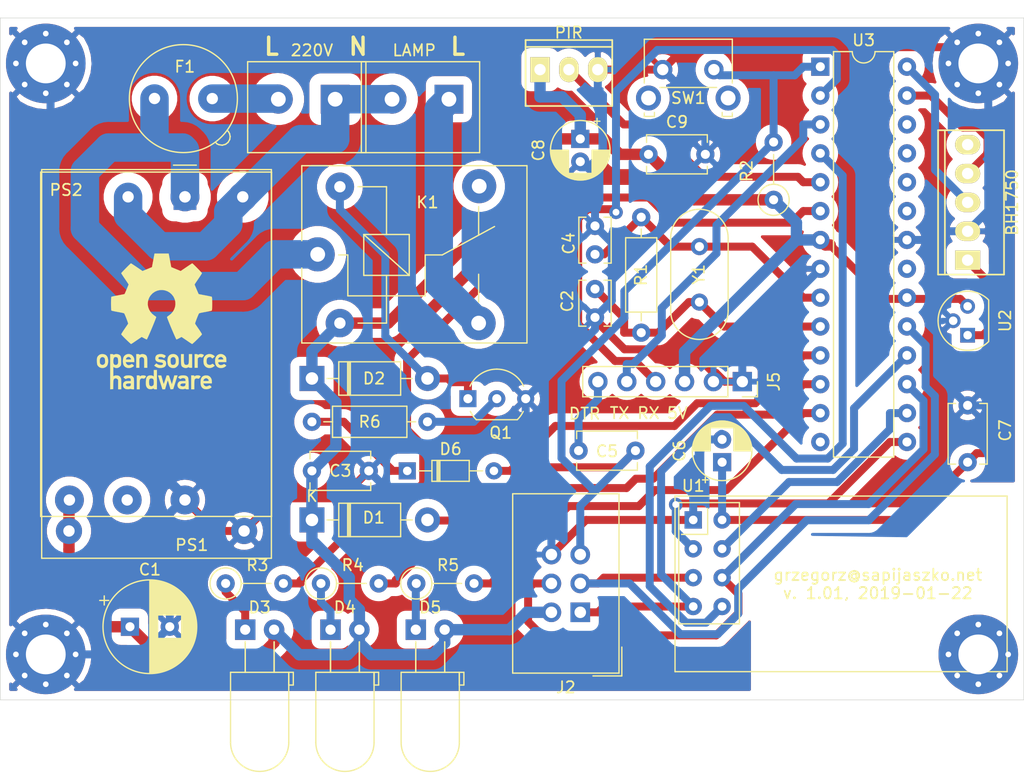
<source format=kicad_pcb>
(kicad_pcb (version 20171130) (host pcbnew "(6.0.0-rc1-dev-1491-g0a4812be0)")
  (title_block (title "mySensors PIR/BH1750 relay") (date 2019-01-01) (rev 1) (company grzegorz@sapijaszko.net))
  (layers (0 F.Cu signal) (31 B.Cu signal) (34 B.Paste user) (35 F.Paste user) (36 B.SilkS user) (37 F.SilkS user) (38 B.Mask user) (39 F.Mask user) (44 Edge.Cuts user))
  (net 0 "")
  (net 1 GND)
  (net 2 /XTAL2)
  (net 3 +3V3)
  (net 4 /XTAL1)
  (net 5 +5V)
  (net 6 "Net-(D2-Pad2)")
  (net 7 "/5(PD5)")
  (net 8 "Net-(D3-Pad1)")
  (net 9 NEUT)
  (net 10 LINE)
  (net 11 /MOSI)
  (net 12 /SCK)
  (net 13 /MISO)
  (net 14 "/3(INT1)")
  (net 15 /SDA)
  (net 16 /SCL)
  (net 17 "Net-(Q1-Pad2)")
  (net 18 "/2(INT0)")
  (net 19 "/10(CS)")
  (net 20 "/9(CE)")
  (net 21 "Net-(F1-Pad2)")
  (net 22 "Net-(D4-Pad1)")
  (net 23 "Net-(D5-Pad1)")
  (net 24 "Net-(D6-Pad1)")
  (net 25 "/(PD4)")
  (net 26 "/(PD6)")
  (net 27 "/(PD7)")
  (net 28 "Net-(C5-Pad1)")
  (net 29 /TX)
  (net 30 /RX)
  (net 31 "Net-(J6-Pad1)")
  (net 32 /DTR)
  (module Converter_ACDC:AC_DC_5V_3W (layer F.Cu) (at 103.7 108.71 90)
    (fp_text reference PS2 (at 28.573 2.091) (layer F.SilkS))
    (fp_text value AC_DC_5V_3W-Converter_ACDC)
    (pad 3 thru_hole circle (at 1.3 2.38 90) (size 2.54 2.54) (drill 1) (layers *.Cu *.Mask) (net 5 +5V))
    (pad 5 thru_hole circle (at 1.3 7.46 90) (size 2.54 2.54) (drill 1) (layers *.Cu *.Mask))
    (pad 1 thru_hole circle (at 27.97 12.54 90) (size 2.54 2.54) (drill 1) (layers *.Cu *.Mask) (net 10 LINE))
    (pad 4 thru_hole circle (at 1.3 12.54 90) (size 2.54 2.54) (drill 1) (layers *.Cu *.Mask) (net 1 GND))
    (pad 2 thru_hole circle (at 27.97 17.62 90) (size 2.54 2.54) (drill 1) (layers *.Cu *.Mask) (net 9 NEUT))
  )
  (module kicad_libraries:KF2510-A-5P-M-TH-V (layer F.Cu) (at 185.062 81.228 90)
    (fp_text reference J4 hide)
    (fp_text value BH1750 (at 0 3.914 90) (layer F.SilkS))
    (pad 5 thru_hole oval (at 5.08 0 90) (size 1.7 2.2) (drill 1) (layers *.Cu *.Mask F.SilkS))
    (pad 4 thru_hole oval (at 2.54 0 90) (size 1.7 2.2) (drill 1) (layers *.Cu *.Mask F.SilkS) (net 15 /SDA))
    (pad 1 thru_hole rect (at -5.08 0 90) (size 1.7 2.2) (drill 1) (layers *.Cu *.Mask F.SilkS) (net 3 +3V3))
    (pad 2 thru_hole oval (at -2.54 0 90) (size 1.7 2.2) (drill 1) (layers *.Cu *.Mask F.SilkS) (net 1 GND))
    (pad 3 thru_hole oval (at 0 0 90) (size 1.7 2.2) (drill 1) (layers *.Cu *.Mask F.SilkS) (net 16 /SCL))
  )
  (module Capacitor_THT:CP_Radial_D5.0mm_P2.00mm (layer F.Cu) (at 151 75.64 270)
    (fp_text reference C8 (at 1 3.68 270) (layer F.SilkS))
    (fp_text value 47uF)
    (pad 2 thru_hole circle (at 2 0 270) (size 1.6 1.6) (drill 0.8) (layers *.Cu *.Mask) (net 1 GND))
    (pad 1 thru_hole rect (at 0 0 270) (size 1.6 1.6) (drill 0.8) (layers *.Cu *.Mask) (net 5 +5V))
  )
  (module Capacitor_THT:CP_Radial_D5.0mm_P2.00mm (layer F.Cu) (at 163.472 104.088 90)
    (fp_text reference C6 (at 1 -3.75 90) (layer F.SilkS))
    (fp_text value 47uF)
    (pad 2 thru_hole circle (at 2 0 90) (size 1.6 1.6) (drill 0.8) (layers *.Cu *.Mask) (net 1 GND))
    (pad 1 thru_hole rect (at 0 0 90) (size 1.6 1.6) (drill 0.8) (layers *.Cu *.Mask) (net 3 +3V3))
  )
  (module Diode_THT:D_DO-41_SOD81_P10.16mm_Horizontal (layer F.Cu) (at 127.404 109.168)
    (fp_text reference D1 (at 5.438 -0.202) (layer F.SilkS))
    (fp_text value 1N4007)
    (fp_text user K (at 0 -2.1) (layer F.SilkS))
    (pad 2 thru_hole oval (at 10.16 0) (size 2.2 2.2) (drill 1.1) (layers *.Cu *.Mask) (net 28 "Net-(C5-Pad1)"))
    (pad 1 thru_hole rect (at 0 0) (size 2.2 2.2) (drill 1.1) (layers *.Cu *.Mask) (net 5 +5V))
  )
  (module MountingHole:MountingHole_3.5mm_Pad_Via (layer F.Cu) (at 186 121)
    (fp_text reference H4 hide)
    (fp_text value H)
    (pad 1 thru_hole circle (at 1.856155 -1.856155) (size 0.8 0.8) (drill 0.5) (layers *.Cu *.Mask))
    (pad 1 thru_hole circle (at 0 -2.625) (size 0.8 0.8) (drill 0.5) (layers *.Cu *.Mask))
    (pad 1 thru_hole circle (at -1.856155 -1.856155) (size 0.8 0.8) (drill 0.5) (layers *.Cu *.Mask))
    (pad 1 thru_hole circle (at -2.625 0) (size 0.8 0.8) (drill 0.5) (layers *.Cu *.Mask))
    (pad 1 thru_hole circle (at -1.856155 1.856155) (size 0.8 0.8) (drill 0.5) (layers *.Cu *.Mask))
    (pad 1 thru_hole circle (at 0 2.625) (size 0.8 0.8) (drill 0.5) (layers *.Cu *.Mask))
    (pad 1 thru_hole circle (at 1.856155 1.856155) (size 0.8 0.8) (drill 0.5) (layers *.Cu *.Mask))
    (pad 1 thru_hole circle (at 2.625 0) (size 0.8 0.8) (drill 0.5) (layers *.Cu *.Mask))
    (pad 1 thru_hole circle (at 0 0) (size 7 7) (drill 3.5) (layers *.Cu *.Mask))
  )
  (module MountingHole:MountingHole_3.5mm_Pad_Via (layer F.Cu) (at 104 121)
    (fp_text reference H3 hide)
    (fp_text value H hide)
    (pad 1 thru_hole circle (at 1.856155 -1.856155) (size 0.8 0.8) (drill 0.5) (layers *.Cu *.Mask) (net 1 GND))
    (pad 1 thru_hole circle (at 0 -2.625) (size 0.8 0.8) (drill 0.5) (layers *.Cu *.Mask) (net 1 GND))
    (pad 1 thru_hole circle (at -1.856155 -1.856155) (size 0.8 0.8) (drill 0.5) (layers *.Cu *.Mask) (net 1 GND))
    (pad 1 thru_hole circle (at -2.625 0) (size 0.8 0.8) (drill 0.5) (layers *.Cu *.Mask) (net 1 GND))
    (pad 1 thru_hole circle (at -1.856155 1.856155) (size 0.8 0.8) (drill 0.5) (layers *.Cu *.Mask) (net 1 GND))
    (pad 1 thru_hole circle (at 0 2.625) (size 0.8 0.8) (drill 0.5) (layers *.Cu *.Mask) (net 1 GND))
    (pad 1 thru_hole circle (at 1.856155 1.856155) (size 0.8 0.8) (drill 0.5) (layers *.Cu *.Mask) (net 1 GND))
    (pad 1 thru_hole circle (at 2.625 0) (size 0.8 0.8) (drill 0.5) (layers *.Cu *.Mask) (net 1 GND))
    (pad 1 thru_hole circle (at 0 0) (size 7 7) (drill 3.5) (layers *.Cu *.Mask) (net 1 GND))
  )
  (module MountingHole:MountingHole_3.5mm_Pad_Via (layer F.Cu) (at 186 69)
    (fp_text reference H2 hide)
    (fp_text value H)
    (pad 1 thru_hole circle (at 1.856155 -1.856155) (size 0.8 0.8) (drill 0.5) (layers *.Cu *.Mask) (net 1 GND))
    (pad 1 thru_hole circle (at 0 -2.625) (size 0.8 0.8) (drill 0.5) (layers *.Cu *.Mask) (net 1 GND))
    (pad 1 thru_hole circle (at -1.856155 -1.856155) (size 0.8 0.8) (drill 0.5) (layers *.Cu *.Mask) (net 1 GND))
    (pad 1 thru_hole circle (at -2.625 0) (size 0.8 0.8) (drill 0.5) (layers *.Cu *.Mask) (net 1 GND))
    (pad 1 thru_hole circle (at -1.856155 1.856155) (size 0.8 0.8) (drill 0.5) (layers *.Cu *.Mask) (net 1 GND))
    (pad 1 thru_hole circle (at 0 2.625) (size 0.8 0.8) (drill 0.5) (layers *.Cu *.Mask) (net 1 GND))
    (pad 1 thru_hole circle (at 1.856155 1.856155) (size 0.8 0.8) (drill 0.5) (layers *.Cu *.Mask) (net 1 GND))
    (pad 1 thru_hole circle (at 2.625 0) (size 0.8 0.8) (drill 0.5) (layers *.Cu *.Mask) (net 1 GND))
    (pad 1 thru_hole circle (at 0 0) (size 7 7) (drill 3.5) (layers *.Cu *.Mask) (net 1 GND))
  )
  (module MountingHole:MountingHole_3.5mm_Pad_Via (layer F.Cu) (at 104 69)
    (fp_text reference H1 hide)
    (fp_text value H)
    (pad 1 thru_hole circle (at 1.856155 -1.856155) (size 0.8 0.8) (drill 0.5) (layers *.Cu *.Mask) (net 1 GND))
    (pad 1 thru_hole circle (at 0 -2.625) (size 0.8 0.8) (drill 0.5) (layers *.Cu *.Mask) (net 1 GND))
    (pad 1 thru_hole circle (at -1.856155 -1.856155) (size 0.8 0.8) (drill 0.5) (layers *.Cu *.Mask) (net 1 GND))
    (pad 1 thru_hole circle (at -2.625 0) (size 0.8 0.8) (drill 0.5) (layers *.Cu *.Mask) (net 1 GND))
    (pad 1 thru_hole circle (at -1.856155 1.856155) (size 0.8 0.8) (drill 0.5) (layers *.Cu *.Mask) (net 1 GND))
    (pad 1 thru_hole circle (at 0 2.625) (size 0.8 0.8) (drill 0.5) (layers *.Cu *.Mask) (net 1 GND))
    (pad 1 thru_hole circle (at 1.856155 1.856155) (size 0.8 0.8) (drill 0.5) (layers *.Cu *.Mask) (net 1 GND))
    (pad 1 thru_hole circle (at 2.625 0) (size 0.8 0.8) (drill 0.5) (layers *.Cu *.Mask) (net 1 GND))
    (pad 1 thru_hole circle (at 0 0) (size 7 7) (drill 3.5) (layers *.Cu *.Mask) (net 1 GND))
  )
  (module Capacitor_THT:C_Disc_D5.1mm_W3.2mm_P5.00mm (layer F.Cu) (at 155.852 103.072 180)
    (fp_text reference C5 (at 2.5 -0.055 180) (layer F.SilkS))
    (fp_text value 100n)
    (pad 2 thru_hole circle (at 5 0 180) (size 1.6 1.6) (drill 0.8) (layers *.Cu *.Mask) (net 32 /DTR))
    (pad 1 thru_hole circle (at 0 0 180) (size 1.6 1.6) (drill 0.8) (layers *.Cu *.Mask) (net 28 "Net-(C5-Pad1)"))
  )
  (module Connector_PinSocket_2.54mm:PinSocket_1x06_P2.54mm_Vertical (layer F.Cu) (at 165.25 97 270)
    (fp_text reference J5 (at 0 -2.77 270) (layer F.SilkS))
    (fp_text value FTDI)
    (pad 6 thru_hole oval (at 0 12.7 270) (size 1.7 1.7) (drill 1) (layers *.Cu *.Mask) (net 32 /DTR))
    (pad 5 thru_hole oval (at 0 10.16 270) (size 1.7 1.7) (drill 1) (layers *.Cu *.Mask) (net 30 /RX))
    (pad 4 thru_hole oval (at 0 7.62 270) (size 1.7 1.7) (drill 1) (layers *.Cu *.Mask) (net 29 /TX))
    (pad 3 thru_hole oval (at 0 5.08 270) (size 1.7 1.7) (drill 1) (layers *.Cu *.Mask) (net 5 +5V))
    (pad 2 thru_hole oval (at 0 2.54 270) (size 1.7 1.7) (drill 1) (layers *.Cu *.Mask) (net 1 GND))
    (pad 1 thru_hole rect (at 0 0 270) (size 1.7 1.7) (drill 1) (layers *.Cu *.Mask) (net 1 GND))
  )
  (module Crystal:Crystal_HC49-4H_Vertical (layer F.Cu) (at 161.476 90 90)
    (fp_text reference Y1 (at 2.44 -0.059 90) (layer F.SilkS))
    (fp_text value 16MHz)
    (pad 2 thru_hole circle (at 4.88 0 90) (size 1.5 1.5) (drill 0.8) (layers *.Cu *.Mask) (net 4 /XTAL1))
    (pad 1 thru_hole circle (at 0 0 90) (size 1.5 1.5) (drill 0.8) (layers *.Cu *.Mask) (net 2 /XTAL2))
  )
  (module Capacitor_THT:C_Disc_D5.1mm_W3.2mm_P5.00mm (layer F.Cu) (at 157 77)
    (fp_text reference C9 (at 2.5 -2.85) (layer F.SilkS))
    (fp_text value 100n)
    (pad 2 thru_hole circle (at 5 0) (size 1.6 1.6) (drill 0.8) (layers *.Cu *.Mask) (net 1 GND))
    (pad 1 thru_hole circle (at 0 0) (size 1.6 1.6) (drill 0.8) (layers *.Cu *.Mask) (net 5 +5V))
  )
  (module Capacitor_THT:C_Disc_D5.1mm_W3.2mm_P5.00mm (layer F.Cu) (at 185.062 104.088 90)
    (fp_text reference C7 (at 2.794 3.302 90) (layer F.SilkS))
    (fp_text value 100n)
    (pad 2 thru_hole circle (at 5 0 90) (size 1.6 1.6) (drill 0.8) (layers *.Cu *.Mask) (net 1 GND))
    (pad 1 thru_hole circle (at 0 0 90) (size 1.6 1.6) (drill 0.8) (layers *.Cu *.Mask) (net 3 +3V3))
  )
  (module Capacitor_THT:C_Disc_D5.1mm_W3.2mm_P5.00mm (layer F.Cu) (at 127.404 104.85)
    (fp_text reference C3 (at 2.5 0) (layer F.SilkS))
    (fp_text value 100n)
    (pad 2 thru_hole circle (at 5 0) (size 1.6 1.6) (drill 0.8) (layers *.Cu *.Mask) (net 1 GND))
    (pad 1 thru_hole circle (at 0 0) (size 1.6 1.6) (drill 0.8) (layers *.Cu *.Mask) (net 5 +5V))
  )
  (module Capacitor_THT:CP_Radial_D8.0mm_P3.50mm (layer F.Cu) (at 111.402 118.566)
    (fp_text reference C1 (at 1.755 -5.028) (layer F.SilkS))
    (fp_text value 220uF)
    (pad 2 thru_hole circle (at 3.5 0) (size 1.6 1.6) (drill 0.8) (layers *.Cu *.Mask) (net 1 GND))
    (pad 1 thru_hole rect (at 0 0) (size 1.6 1.6) (drill 0.8) (layers *.Cu *.Mask) (net 5 +5V))
  )
  (module Package_TO_SOT_THT:TO-92 (layer F.Cu) (at 185.062 92.912 90)
    (fp_text reference U2 (at 1.27 3.302 90) (layer F.SilkS))
    (fp_text value L78L33_TO92)
    (pad 1 thru_hole rect (at 0 0 180) (size 1.3 1.3) (drill 0.75) (layers *.Cu *.Mask) (net 3 +3V3))
    (pad 3 thru_hole circle (at 2.54 0 180) (size 1.3 1.3) (drill 0.75) (layers *.Cu *.Mask) (net 5 +5V))
    (pad 2 thru_hole circle (at 1.27 -1.27 180) (size 1.3 1.3) (drill 0.75) (layers *.Cu *.Mask) (net 1 GND))
  )
  (module Converter_ACDC:Converter_ACDC_HiLink_HLK-PMxx (layer F.Cu) (at 116.24 80.74 270)
    (fp_text reference PS1 (at 30.639 -0.6) (layer F.SilkS))
    (fp_text value HLK-PM01)
    (pad 4 thru_hole circle (at 29.4 10.2 270) (size 2.3 2.3) (drill 1) (layers *.Cu *.Mask) (net 5 +5V))
    (pad 2 thru_hole circle (at 0 5 270) (size 2.3 2.3) (drill 1) (layers *.Cu *.Mask) (net 9 NEUT))
    (pad 1 thru_hole rect (at 0 0 270) (size 2.3 2) (drill 1) (layers *.Cu *.Mask) (net 10 LINE))
    (pad 3 thru_hole circle (at 29.4 -5.2 270) (size 2.3 2.3) (drill 1) (layers *.Cu *.Mask) (net 1 GND))
  )
  (module Package_TO_SOT_THT:TO-92_Inline_Wide (layer F.Cu) (at 141.12 98.5)
    (fp_text reference Q1 (at 2.88 3) (layer F.SilkS))
    (fp_text value BC548)
    (pad 1 thru_hole rect (at 0 0 90) (size 1.5 1.5) (drill 0.8) (layers *.Cu *.Mask) (net 6 "Net-(D2-Pad2)"))
    (pad 3 thru_hole circle (at 5.08 0 90) (size 1.5 1.5) (drill 0.8) (layers *.Cu *.Mask) (net 1 GND))
    (pad 2 thru_hole circle (at 2.54 0 90) (size 1.5 1.5) (drill 0.8) (layers *.Cu *.Mask) (net 17 "Net-(Q1-Pad2)"))
  )
  (module kicad_libraries:KF301-2P-5.0 (layer F.Cu) (at 141.95 76.65 180)
    (fp_text reference J6 hide)
    (fp_text value LAMP (at 5.55 8.8 180) (layer F.SilkS))
    (pad 2 thru_hole circle (at 7.5 4.5 180) (size 2.54 2.54) (drill 1.3) (layers *.Cu *.Mask) (net 9 NEUT))
    (pad 1 thru_hole rect (at 2.5 4.5 180) (size 2.54 2.54) (drill 1.3) (layers *.Cu *.Mask) (net 31 "Net-(J6-Pad1)"))
  )
  (module kicad_libraries:KF301-2P-5.0 (layer F.Cu) (at 131.95 76.65 180)
    (fp_text reference J1 hide)
    (fp_text value 220V (at 4.546 8.8 180) (layer F.SilkS))
    (pad 2 thru_hole circle (at 7.5 4.5 180) (size 2.54 2.54) (drill 1.3) (layers *.Cu *.Mask) (net 21 "Net-(F1-Pad2)"))
    (pad 1 thru_hole rect (at 2.5 4.5 180) (size 2.54 2.54) (drill 1.3) (layers *.Cu *.Mask) (net 9 NEUT))
  )
  (module Button_Switch_THT:SW_Tactile_SKHH_Angled (layer F.Cu) (at 158.25 69.544)
    (fp_text reference SW1 (at 2.25 2.5) (layer F.SilkS))
    (fp_text value SW_Push)
    (pad 1 thru_hole circle (at 0 0 180) (size 1.7 1.7) (drill 1) (layers *.Cu *.Mask) (net 1 GND))
    (pad 2 thru_hole circle (at 4.5 0 180) (size 1.7 1.7) (drill 1) (layers *.Cu *.Mask) (net 28 "Net-(C5-Pad1)"))
    (pad "" thru_hole circle (at -1.25 2.5 180) (size 2.2 2.2) (drill 1.3) (layers *.Cu *.Mask))
    (pad "" thru_hole circle (at 5.75 2.5 180) (size 2.2 2.2) (drill 1.3) (layers *.Cu *.Mask))
  )
  (module Connector_IDC:IDC-Header_2x03_P2.54mm_Vertical (layer F.Cu) (at 151 117.296 180)
    (fp_text reference J2 (at 1.27 -6.604 180) (layer F.SilkS))
    (fp_text value AVR-ISP-6)
    (pad 6 thru_hole oval (at 2.54 5.08 180) (size 1.7272 1.7272) (drill 1.016) (layers *.Cu *.Mask) (net 1 GND))
    (pad 5 thru_hole oval (at 0 5.08 180) (size 1.7272 1.7272) (drill 1.016) (layers *.Cu *.Mask) (net 28 "Net-(C5-Pad1)"))
    (pad 4 thru_hole oval (at 2.54 2.54 180) (size 1.7272 1.7272) (drill 1.016) (layers *.Cu *.Mask) (net 11 /MOSI))
    (pad 3 thru_hole oval (at 0 2.54 180) (size 1.7272 1.7272) (drill 1.016) (layers *.Cu *.Mask) (net 12 /SCK))
    (pad 2 thru_hole oval (at 2.54 0 180) (size 1.7272 1.7272) (drill 1.016) (layers *.Cu *.Mask) (net 5 +5V))
    (pad 1 thru_hole rect (at 0 0 180) (size 1.7272 1.7272) (drill 1.016) (layers *.Cu *.Mask) (net 13 /MISO))
  )
  (module Resistor_THT:R_Axial_DIN0207_L6.3mm_D2.5mm_P5.08mm_Vertical (layer F.Cu) (at 136.58 114.756)
    (fp_text reference R5 (at 2.794 -1.608) (layer F.SilkS))
    (fp_text value 470)
    (pad 2 thru_hole oval (at 5.08 0) (size 1.6 1.6) (drill 0.8) (layers *.Cu *.Mask) (net 27 "/(PD7)"))
    (pad 1 thru_hole circle (at 0 0) (size 1.6 1.6) (drill 0.8) (layers *.Cu *.Mask) (net 23 "Net-(D5-Pad1)"))
  )
  (module Resistor_THT:R_Axial_DIN0207_L6.3mm_D2.5mm_P5.08mm_Vertical (layer F.Cu) (at 128.198 114.756)
    (fp_text reference R4 (at 2.794 -1.608) (layer F.SilkS))
    (fp_text value 470)
    (pad 2 thru_hole oval (at 5.08 0) (size 1.6 1.6) (drill 0.8) (layers *.Cu *.Mask) (net 26 "/(PD6)"))
    (pad 1 thru_hole circle (at 0 0) (size 1.6 1.6) (drill 0.8) (layers *.Cu *.Mask) (net 22 "Net-(D4-Pad1)"))
  )
  (module Resistor_THT:R_Axial_DIN0207_L6.3mm_D2.5mm_P5.08mm_Vertical (layer F.Cu) (at 119.816 114.756)
    (fp_text reference R3 (at 2.794 -1.608) (layer F.SilkS))
    (fp_text value 470)
    (pad 2 thru_hole oval (at 5.08 0) (size 1.6 1.6) (drill 0.8) (layers *.Cu *.Mask) (net 25 "/(PD4)"))
    (pad 1 thru_hole circle (at 0 0) (size 1.6 1.6) (drill 0.8) (layers *.Cu *.Mask) (net 8 "Net-(D3-Pad1)"))
  )
  (module LED_THT:LED_D5.0mm_Horizontal_O3.81mm_Z9.0mm (layer F.Cu) (at 136.537 118.825)
    (fp_text reference D5 (at 1.27 -1.96) (layer F.SilkS))
    (fp_text value yellow)
    (pad 2 thru_hole circle (at 2.54 0) (size 1.8 1.8) (drill 0.9) (layers *.Cu *.Mask) (net 5 +5V))
    (pad 1 thru_hole rect (at 0 0) (size 1.8 1.8) (drill 0.9) (layers *.Cu *.Mask) (net 23 "Net-(D5-Pad1)"))
  )
  (module LED_THT:LED_D5.0mm_Horizontal_O3.81mm_Z9.0mm (layer F.Cu) (at 129.037 118.825)
    (fp_text reference D4 (at 1.27 -1.96) (layer F.SilkS))
    (fp_text value green)
    (pad 2 thru_hole circle (at 2.54 0) (size 1.8 1.8) (drill 0.9) (layers *.Cu *.Mask) (net 5 +5V))
    (pad 1 thru_hole rect (at 0 0) (size 1.8 1.8) (drill 0.9) (layers *.Cu *.Mask) (net 22 "Net-(D4-Pad1)"))
  )
  (module LED_THT:LED_D5.0mm_Horizontal_O3.81mm_Z9.0mm (layer F.Cu) (at 121.537 118.825)
    (fp_text reference D3 (at 1.27 -1.96) (layer F.SilkS))
    (fp_text value red)
    (pad 2 thru_hole circle (at 2.54 0) (size 1.8 1.8) (drill 0.9) (layers *.Cu *.Mask) (net 5 +5V))
    (pad 1 thru_hole rect (at 0 0) (size 1.8 1.8) (drill 0.9) (layers *.Cu *.Mask) (net 8 "Net-(D3-Pad1)"))
  )
  (module IFS_Connectors:KF2510-A-3P-M-TH-V (layer F.Cu) (at 150 69.544)
    (fp_text reference J3 hide)
    (fp_text value PIR (at -0.013 -3.25 180) (layer F.SilkS))
    (pad 2 thru_hole oval (at 0 0) (size 1.7 2.2) (drill 1) (layers *.Cu *.Mask F.SilkS) (net 14 "/3(INT1)"))
    (pad 1 thru_hole rect (at -2.54 0) (size 1.7 2.2) (drill 1) (layers *.Cu *.Mask F.SilkS) (net 5 +5V))
    (pad 3 thru_hole oval (at 2.54 0) (size 1.7 2.2) (drill 1) (layers *.Cu *.Mask F.SilkS) (net 1 GND))
  )
  (module Relay_THT:Relay_SPDT_SANYOU_SRD_Series_Form_C (layer F.Cu) (at 127.912 85.8)
    (fp_text reference K1 (at 9.652 -4.572) (layer F.SilkS))
    (fp_text value SANYOU_SRD_Form_C)
    (pad 1 thru_hole circle (at 0 0 90) (size 3 3) (drill 1.3) (layers *.Cu *.Mask) (net 10 LINE))
    (pad 5 thru_hole circle (at 1.95 -5.95 90) (size 2.5 2.5) (drill 1) (layers *.Cu *.Mask) (net 6 "Net-(D2-Pad2)"))
    (pad 4 thru_hole circle (at 14.2 -6 90) (size 3 3) (drill 1.3) (layers *.Cu *.Mask))
    (pad 3 thru_hole circle (at 14.15 6.05 90) (size 3 3) (drill 1.3) (layers *.Cu *.Mask) (net 31 "Net-(J6-Pad1)"))
    (pad 2 thru_hole circle (at 1.95 6.05 90) (size 2.5 2.5) (drill 1) (layers *.Cu *.Mask) (net 5 +5V))
  )
  (module Diode_THT:D_DO-41_SOD81_P10.16mm_Horizontal (layer F.Cu) (at 127.404 96.722)
    (fp_text reference D2 (at 5.461 0) (layer F.SilkS))
    (fp_text value 1N4007)
    (pad 2 thru_hole oval (at 10.16 0) (size 2.2 2.2) (drill 1.1) (layers *.Cu *.Mask) (net 6 "Net-(D2-Pad2)"))
    (pad 1 thru_hole rect (at 0 0) (size 2.2 2.2) (drill 1.1) (layers *.Cu *.Mask) (net 5 +5V))
  )
  (module Fuse:Fuseholder_TR5_Littelfuse_No560_No460 (layer F.Cu) (at 113.561 72.084)
    (fp_text reference F1 (at 2.667 -2.794) (layer F.SilkS))
    (fp_text value 500mA)
    (pad 2 thru_hole circle (at 5.08 0.01) (size 2 2) (drill 1) (layers *.Cu *.Mask) (net 21 "Net-(F1-Pad2)"))
    (pad 1 thru_hole circle (at 0 0) (size 2 2) (drill 1) (layers *.Cu *.Mask) (net 10 LINE))
  )
  (module Diode_THT:D_DO-34_SOD68_P7.62mm_Horizontal (layer F.Cu) (at 135.786 104.85)
    (fp_text reference D6 (at 3.81 -1.92) (layer F.SilkS))
    (fp_text value 1N4148)
    (pad 2 thru_hole oval (at 7.62 0) (size 1.5 1.5) (drill 0.75) (layers *.Cu *.Mask) (net 7 "/5(PD5)"))
    (pad 1 thru_hole rect (at 0 0) (size 1.5 1.5) (drill 0.75) (layers *.Cu *.Mask) (net 24 "Net-(D6-Pad1)"))
  )
  (module Capacitor_THT:C_Disc_D3.8mm_W2.6mm_P2.50mm (layer F.Cu) (at 152.296 85.8 90)
    (fp_text reference C4 (at 0.964 -2.309 90) (layer F.SilkS))
    (fp_text value 22p)
    (pad 2 thru_hole circle (at 2.5 0 90) (size 1.6 1.6) (drill 0.8) (layers *.Cu *.Mask) (net 1 GND))
    (pad 1 thru_hole circle (at 0 0 90) (size 1.6 1.6) (drill 0.8) (layers *.Cu *.Mask) (net 4 /XTAL1))
  )
  (module Capacitor_THT:C_Disc_D3.8mm_W2.6mm_P2.50mm (layer F.Cu) (at 152.296 88.848 270)
    (fp_text reference C2 (at 1.068 2.436 270) (layer F.SilkS))
    (fp_text value 22p)
    (pad 2 thru_hole circle (at 2.5 0 270) (size 1.6 1.6) (drill 0.8) (layers *.Cu *.Mask) (net 1 GND))
    (pad 1 thru_hole circle (at 0 0 270) (size 1.6 1.6) (drill 0.8) (layers *.Cu *.Mask) (net 2 /XTAL2))
  )
  (module Resistor_THT:R_Axial_DIN0207_L6.3mm_D2.5mm_P5.08mm_Vertical (layer F.Cu) (at 168 81 90)
    (fp_text reference R2 (at 2.54 -2.37 90) (layer F.SilkS))
    (fp_text value 10k)
    (pad 2 thru_hole oval (at 5.08 0 90) (size 1.6 1.6) (drill 0.8) (layers *.Cu *.Mask) (net 28 "Net-(C5-Pad1)"))
    (pad 1 thru_hole circle (at 0 0 90) (size 1.6 1.6) (drill 0.8) (layers *.Cu *.Mask) (net 5 +5V))
  )
  (module Resistor_THT:R_Axial_DIN0207_L6.3mm_D2.5mm_P10.16mm_Horizontal (layer F.Cu) (at 156.36 82.53 270)
    (fp_text reference R1 (at 5.08 0.023 270) (layer F.SilkS))
    (fp_text value 1M)
    (pad 2 thru_hole oval (at 10.16 0 270) (size 1.6 1.6) (drill 0.8) (layers *.Cu *.Mask) (net 2 /XTAL2))
    (pad 1 thru_hole circle (at 0 0 270) (size 1.6 1.6) (drill 0.8) (layers *.Cu *.Mask) (net 4 /XTAL1))
  )
  (module Resistor_THT:R_Axial_DIN0207_L6.3mm_D2.5mm_P10.16mm_Horizontal (layer F.Cu) (at 127.404 100.532)
    (fp_text reference R6 (at 5.08 0) (layer F.SilkS))
    (fp_text value 10k)
    (pad 2 thru_hole oval (at 10.16 0) (size 1.6 1.6) (drill 0.8) (layers *.Cu *.Mask) (net 17 "Net-(Q1-Pad2)"))
    (pad 1 thru_hole circle (at 0 0) (size 1.6 1.6) (drill 0.8) (layers *.Cu *.Mask) (net 24 "Net-(D6-Pad1)"))
  )
  (module Package_DIP:DIP-28_W7.62mm (layer F.Cu) (at 172.108 69.29)
    (fp_text reference U3 (at 3.81 -2.33) (layer F.SilkS))
    (fp_text value ATmega328-PU)
    (pad 28 thru_hole oval (at 7.62 0) (size 1.6 1.6) (drill 0.8) (layers *.Cu *.Mask) (net 16 /SCL))
    (pad 14 thru_hole oval (at 0 33.02) (size 1.6 1.6) (drill 0.8) (layers *.Cu *.Mask))
    (pad 27 thru_hole oval (at 7.62 2.54) (size 1.6 1.6) (drill 0.8) (layers *.Cu *.Mask) (net 15 /SDA))
    (pad 13 thru_hole oval (at 0 30.48) (size 1.6 1.6) (drill 0.8) (layers *.Cu *.Mask) (net 27 "/(PD7)"))
    (pad 26 thru_hole oval (at 7.62 5.08) (size 1.6 1.6) (drill 0.8) (layers *.Cu *.Mask))
    (pad 12 thru_hole oval (at 0 27.94) (size 1.6 1.6) (drill 0.8) (layers *.Cu *.Mask) (net 26 "/(PD6)"))
    (pad 25 thru_hole oval (at 7.62 7.62) (size 1.6 1.6) (drill 0.8) (layers *.Cu *.Mask))
    (pad 11 thru_hole oval (at 0 25.4) (size 1.6 1.6) (drill 0.8) (layers *.Cu *.Mask) (net 7 "/5(PD5)"))
    (pad 24 thru_hole oval (at 7.62 10.16) (size 1.6 1.6) (drill 0.8) (layers *.Cu *.Mask))
    (pad 10 thru_hole oval (at 0 22.86) (size 1.6 1.6) (drill 0.8) (layers *.Cu *.Mask) (net 2 /XTAL2))
    (pad 23 thru_hole oval (at 7.62 12.7) (size 1.6 1.6) (drill 0.8) (layers *.Cu *.Mask))
    (pad 9 thru_hole oval (at 0 20.32) (size 1.6 1.6) (drill 0.8) (layers *.Cu *.Mask) (net 4 /XTAL1))
    (pad 22 thru_hole oval (at 7.62 15.24) (size 1.6 1.6) (drill 0.8) (layers *.Cu *.Mask) (net 1 GND))
    (pad 8 thru_hole oval (at 0 17.78) (size 1.6 1.6) (drill 0.8) (layers *.Cu *.Mask) (net 1 GND))
    (pad 21 thru_hole oval (at 7.62 17.78) (size 1.6 1.6) (drill 0.8) (layers *.Cu *.Mask))
    (pad 7 thru_hole oval (at 0 15.24) (size 1.6 1.6) (drill 0.8) (layers *.Cu *.Mask) (net 5 +5V))
    (pad 20 thru_hole oval (at 7.62 20.32) (size 1.6 1.6) (drill 0.8) (layers *.Cu *.Mask) (net 5 +5V))
    (pad 6 thru_hole oval (at 0 12.7) (size 1.6 1.6) (drill 0.8) (layers *.Cu *.Mask) (net 25 "/(PD4)"))
    (pad 19 thru_hole oval (at 7.62 22.86) (size 1.6 1.6) (drill 0.8) (layers *.Cu *.Mask) (net 12 /SCK))
    (pad 5 thru_hole oval (at 0 10.16) (size 1.6 1.6) (drill 0.8) (layers *.Cu *.Mask) (net 14 "/3(INT1)"))
    (pad 18 thru_hole oval (at 7.62 25.4) (size 1.6 1.6) (drill 0.8) (layers *.Cu *.Mask) (net 13 /MISO))
    (pad 4 thru_hole oval (at 0 7.62) (size 1.6 1.6) (drill 0.8) (layers *.Cu *.Mask) (net 18 "/2(INT0)"))
    (pad 17 thru_hole oval (at 7.62 27.94) (size 1.6 1.6) (drill 0.8) (layers *.Cu *.Mask) (net 11 /MOSI))
    (pad 3 thru_hole oval (at 0 5.08) (size 1.6 1.6) (drill 0.8) (layers *.Cu *.Mask) (net 30 /RX))
    (pad 16 thru_hole oval (at 7.62 30.48) (size 1.6 1.6) (drill 0.8) (layers *.Cu *.Mask) (net 19 "/10(CS)"))
    (pad 2 thru_hole oval (at 0 2.54) (size 1.6 1.6) (drill 0.8) (layers *.Cu *.Mask) (net 29 /TX))
    (pad 15 thru_hole oval (at 7.62 33.02) (size 1.6 1.6) (drill 0.8) (layers *.Cu *.Mask) (net 20 "/9(CE)"))
    (pad 1 thru_hole rect (at 0 0) (size 1.6 1.6) (drill 0.8) (layers *.Cu *.Mask) (net 28 "Net-(C5-Pad1)"))
  )
  (module RF_Module:nRF24L01_Breakout (layer F.Cu) (at 160.932 109.168)
    (fp_text reference U1 (at 0 -3) (layer F.SilkS))
    (fp_text value NRF24L01_Breakout)
    (pad 8 thru_hole circle (at 2.54 7.62) (size 1.524 1.524) (drill 0.762) (layers *.Cu *.Mask) (net 18 "/2(INT0)"))
    (pad 7 thru_hole circle (at 0 7.62) (size 1.524 1.524) (drill 0.762) (layers *.Cu *.Mask) (net 13 /MISO))
    (pad 6 thru_hole circle (at 2.54 5.08) (size 1.524 1.524) (drill 0.762) (layers *.Cu *.Mask) (net 11 /MOSI))
    (pad 5 thru_hole circle (at 0 5.08) (size 1.524 1.524) (drill 0.762) (layers *.Cu *.Mask) (net 12 /SCK))
    (pad 4 thru_hole circle (at 2.54 2.54) (size 1.524 1.524) (drill 0.762) (layers *.Cu *.Mask) (net 19 "/10(CS)"))
    (pad 3 thru_hole circle (at 0 2.54) (size 1.524 1.524) (drill 0.762) (layers *.Cu *.Mask) (net 20 "/9(CE)"))
    (pad 2 thru_hole circle (at 2.54 0) (size 1.524 1.524) (drill 0.762) (layers *.Cu *.Mask) (net 3 +3V3))
    (pad 1 thru_hole rect (at 0 0) (size 1.524 1.524) (drill 0.762) (layers *.Cu *.Mask) (net 1 GND))
  )
  (module Symbol:OSHW-Logo_11.4x12mm_SilkScreen (layer F.Cu) (at 114.173 91.694)
    (fp_text reference REF** hide)
    (fp_text value OSHW-Logo_11.4x12mm_SilkScreen hide)
  )
  (gr_text "grzegorz@sapijaszko.net\nv. 1.01, 2019-01-22" (at 177.165 114.808) (layer F.SilkS) (effects (font (size 1 1))))
  (gr_text DTR (at 151.384 99.822) (layer F.SilkS) (effects (font (size 1 1))))
  (gr_text 5V (at 159.535 99.77) (layer F.SilkS) (effects (font (size 1 1))))
  (gr_text RX (at 156.995 99.77) (layer F.SilkS) (effects (font (size 1 1))))
  (gr_text TX (at 154.455 99.77) (layer F.SilkS) (effects (font (size 1 1))))
  (gr_text L (at 140.231 67.512) (layer F.SilkS) (effects (font (size 1.5 1.5) (thickness 0.3))))
  (gr_text N (at 131.468 67.512) (layer F.SilkS) (effects (font (size 1.5 1.5) (thickness 0.3))))
  (gr_text L (at 123.848 67.512) (layer F.SilkS) (effects (font (size 1.5 1.5) (thickness 0.3))))
  (gr_line (start 190 65) (end 190 125) (layer Edge.Cuts) (width 0.05))
  (gr_line (start 100 125) (end 100 65) (layer Edge.Cuts) (width 0.05))
  (gr_line (start 100 125) (end 190 125) (layer Edge.Cuts) (width 0.05))
  (gr_line (start 100 65) (end 190 65) (layer Edge.Cuts) (width 0.05))
  (segment (start 152.296 91.348) (end 152.296 91.5599) (width 0.7) (layer F.Cu) (net 1))
  (segment (start 152.296 91.5599) (end 154.896 94.1599) (width 0.7) (layer F.Cu) (net 1))
  (segment (start 154.896 94.1599) (end 160.6449 94.1599) (width 0.7) (layer F.Cu) (net 1))
  (segment (start 160.6449 94.1599) (end 162.71 96.225) (width 0.7) (layer F.Cu) (net 1))
  (segment (start 104.4194 71.4444) (end 105.4319 70.4319) (width 0.7) (layer B.Cu) (net 1))
  (segment (start 116.32 107.12) (end 104.4194 95.2194) (width 0.7) (layer B.Cu) (net 1))
  (segment (start 104.4194 95.2194) (end 104.4194 71.4444) (width 0.7) (layer B.Cu) (net 1))
  (segment (start 104 71.025) (end 104.4194 71.4444) (width 0.7) (layer B.Cu) (net 1))
  (segment (start 114.902 118.566) (end 114.902 108.538) (width 0.7) (layer B.Cu) (net 1))
  (segment (start 114.902 108.538) (end 116.32 107.12) (width 0.7) (layer B.Cu) (net 1))
  (segment (start 165.25 97) (end 163.7 97) (width 0.7) (layer F.Cu) (net 1))
  (segment (start 162.71 96.225) (end 162.925 96.225) (width 0.7) (layer F.Cu) (net 1))
  (segment (start 162.925 96.225) (end 163.7 97) (width 0.7) (layer F.Cu) (net 1))
  (segment (start 162.71 97) (end 162.71 96.225) (width 0.7) (layer F.Cu) (net 1))
  (segment (start 184.5681 67.5681) (end 160.2259 67.5681) (width 0.7) (layer F.Cu) (net 1))
  (segment (start 160.2259 67.5681) (end 158.25 69.544) (width 0.7) (layer F.Cu) (net 1))
  (segment (start 185.4069 67.5681) (end 184.5681 67.5681) (width 0.7) (layer F.Cu) (net 1))
  (segment (start 179.728 84.53) (end 181.228 84.53) (width 0.7) (layer B.Cu) (net 1))
  (segment (start 182.372 84.8323) (end 181.5303 84.8323) (width 0.7) (layer B.Cu) (net 1))
  (segment (start 181.5303 84.8323) (end 181.228 84.53) (width 0.7) (layer B.Cu) (net 1))
  (segment (start 182.372 84.8323) (end 182.372 84.658) (width 0.7) (layer B.Cu) (net 1))
  (segment (start 182.372 84.658) (end 183.262 83.768) (width 0.7) (layer B.Cu) (net 1))
  (segment (start 183.262 83.768) (end 185.062 83.768) (width 0.7) (layer B.Cu) (net 1))
  (segment (start 182.372 91.694) (end 182.372 84.8323) (width 0.7) (layer B.Cu) (net 1))
  (segment (start 148.46 112.216) (end 151.508 109.168) (width 0.7) (layer F.Cu) (net 1))
  (segment (start 151.508 109.168) (end 160.932 109.168) (width 0.7) (layer F.Cu) (net 1))
  (segment (start 146.2 98.5) (end 152.296 92.404) (width 0.7) (layer B.Cu) (net 1))
  (segment (start 152.296 92.404) (end 152.296 91.348) (width 0.7) (layer B.Cu) (net 1))
  (segment (start 146.2 98.5) (end 146.2 106.2668) (width 0.7) (layer B.Cu) (net 1))
  (segment (start 185.4069 67.5681) (end 186 66.975) (width 0.7) (layer F.Cu) (net 1))
  (segment (start 185.4069 67.5681) (end 185.4069 68.4069) (width 0.7) (layer F.Cu) (net 1))
  (segment (start 185.4069 68.4069) (end 186 69) (width 0.7) (layer F.Cu) (net 1))
  (segment (start 183.975 69) (end 184.5681 68.4069) (width 0.7) (layer F.Cu) (net 1))
  (segment (start 184.5681 68.4069) (end 184.5681 67.5681) (width 0.7) (layer F.Cu) (net 1))
  (segment (start 184.5681 70.4319) (end 183.975 69.8388) (width 0.7) (layer F.Cu) (net 1))
  (segment (start 183.975 69.8388) (end 183.975 69) (width 0.7) (layer F.Cu) (net 1))
  (segment (start 186 71.025) (end 185.1612 71.025) (width 0.7) (layer F.Cu) (net 1))
  (segment (start 185.1612 71.025) (end 184.5681 70.4319) (width 0.7) (layer F.Cu) (net 1))
  (segment (start 186.8758 71.5189) (end 186.4939 71.5189) (width 0.7) (layer B.Cu) (net 1))
  (segment (start 186.4939 71.5189) (end 186 71.025) (width 0.7) (layer B.Cu) (net 1))
  (segment (start 187.4319 70.4319) (end 187.4319 70.9628) (width 0.7) (layer B.Cu) (net 1))
  (segment (start 187.4319 70.9628) (end 186.8758 71.5189) (width 0.7) (layer B.Cu) (net 1))
  (segment (start 186.8758 71.5189) (end 186.8758 81.9542) (width 0.7) (layer B.Cu) (net 1))
  (segment (start 186.8758 81.9542) (end 185.062 83.768) (width 0.7) (layer B.Cu) (net 1))
  (segment (start 160.932 109.168) (end 160.932 104.0483) (width 0.7) (layer B.Cu) (net 1))
  (segment (start 163.3923 101.588) (end 163.472 101.588) (width 0.7) (layer B.Cu) (net 1))
  (segment (start 103.4069 67.5681) (end 104 66.975) (width 0.7) (layer F.Cu) (net 1))
  (segment (start 102.5681 67.5681) (end 103.4069 67.5681) (width 0.7) (layer F.Cu) (net 1))
  (segment (start 103.4069 67.5681) (end 103.4069 68.4069) (width 0.7) (layer F.Cu) (net 1))
  (segment (start 103.4069 68.4069) (end 104 69) (width 0.7) (layer F.Cu) (net 1))
  (segment (start 104.2965 122.4319) (end 104 122.7284) (width 0.7) (layer F.Cu) (net 1))
  (segment (start 105.4319 122.4319) (end 104.2965 122.4319) (width 0.7) (layer F.Cu) (net 1))
  (segment (start 104.2965 122.4319) (end 104.2965 121.2965) (width 0.7) (layer F.Cu) (net 1))
  (segment (start 104.2965 121.2965) (end 104 121) (width 0.7) (layer F.Cu) (net 1))
  (segment (start 102.5681 70.4319) (end 101.975 69.8388) (width 0.7) (layer B.Cu) (net 1))
  (segment (start 101.975 69.8388) (end 101.975 69) (width 0.7) (layer B.Cu) (net 1))
  (segment (start 104 71.025) (end 103.1612 71.025) (width 0.7) (layer F.Cu) (net 1))
  (segment (start 103.1612 71.025) (end 102.5681 70.4319) (width 0.7) (layer F.Cu) (net 1))
  (segment (start 102.5681 119.5681) (end 103.4069 119.5681) (width 0.7) (layer F.Cu) (net 1))
  (segment (start 103.4069 119.5681) (end 104 118.975) (width 0.7) (layer F.Cu) (net 1))
  (segment (start 102.5681 122.4319) (end 101.975 121.8388) (width 0.7) (layer B.Cu) (net 1))
  (segment (start 101.975 121.8388) (end 101.975 121) (width 0.7) (layer B.Cu) (net 1))
  (segment (start 104 122.7284) (end 102.8646 122.7284) (width 0.7) (layer F.Cu) (net 1))
  (segment (start 102.8646 122.7284) (end 102.5681 122.4319) (width 0.7) (layer F.Cu) (net 1))
  (segment (start 104 122.7284) (end 104 123.025) (width 0.7) (layer F.Cu) (net 1))
  (segment (start 101.975 69) (end 102.5681 68.4069) (width 0.7) (layer B.Cu) (net 1))
  (segment (start 102.5681 68.4069) (end 102.5681 67.5681) (width 0.7) (layer B.Cu) (net 1))
  (segment (start 101.975 121) (end 102.5681 120.4069) (width 0.7) (layer B.Cu) (net 1))
  (segment (start 102.5681 120.4069) (end 102.5681 119.5681) (width 0.7) (layer B.Cu) (net 1))
  (segment (start 158.25 69.544) (end 162 73.294) (width 0.7) (layer B.Cu) (net 1))
  (segment (start 162 73.294) (end 162 77) (width 0.7) (layer B.Cu) (net 1))
  (segment (start 158.25 69.544) (end 154.09 69.544) (width 0.7) (layer F.Cu) (net 1))
  (segment (start 152.54 69.544) (end 154.09 69.544) (width 0.7) (layer F.Cu) (net 1))
  (segment (start 151.7476 78.14) (end 151 78.14) (width 0.7) (layer B.Cu) (net 1))
  (segment (start 152.54 71.344) (end 152.996 71.8) (width 0.7) (layer B.Cu) (net 1))
  (segment (start 152.996 71.8) (end 152.996 76.8916) (width 0.7) (layer B.Cu) (net 1))
  (segment (start 152.996 76.8916) (end 151.7476 78.14) (width 0.7) (layer B.Cu) (net 1))
  (segment (start 151.7476 78.14) (end 152.296 78.6884) (width 0.7) (layer B.Cu) (net 1))
  (segment (start 152.296 78.6884) (end 152.296 83.3) (width 0.7) (layer B.Cu) (net 1))
  (segment (start 152.296 91.348) (end 153.7733 89.8707) (width 0.7) (layer B.Cu) (net 1))
  (segment (start 153.7733 89.8707) (end 153.7733 84.7773) (width 0.7) (layer B.Cu) (net 1))
  (segment (start 153.7733 84.7773) (end 152.296 83.3) (width 0.7) (layer B.Cu) (net 1))
  (segment (start 152.54 69.544) (end 152.54 71.344) (width 0.7) (layer B.Cu) (net 1))
  (segment (start 114.902 118.566) (end 112.468 121) (width 0.7) (layer B.Cu) (net 1))
  (segment (start 112.468 121) (end 106.025 121) (width 0.7) (layer B.Cu) (net 1))
  (segment (start 148.46 112.216) (end 148.46 110.6524) (width 0.7) (layer B.Cu) (net 1))
  (segment (start 146.2 106.2668) (end 146.2 108.3924) (width 0.7) (layer B.Cu) (net 1))
  (segment (start 146.2 108.3924) (end 148.46 110.6524) (width 0.7) (layer B.Cu) (net 1))
  (segment (start 146.2 106.2668) (end 133.8208 106.2668) (width 0.7) (layer B.Cu) (net 1))
  (segment (start 133.8208 106.2668) (end 132.404 104.85) (width 0.7) (layer B.Cu) (net 1))
  (segment (start 165.25 97) (end 165.25 93.928) (width 0.7) (layer B.Cu) (net 1))
  (segment (start 165.25 93.928) (end 172.108 87.07) (width 0.7) (layer B.Cu) (net 1))
  (segment (start 106.025 121) (end 105.4319 120.4069) (width 0.7) (layer B.Cu) (net 1))
  (segment (start 105.4319 120.4069) (end 105.4319 119.5681) (width 0.7) (layer B.Cu) (net 1))
  (segment (start 106.025 121) (end 105.4319 121.5931) (width 0.7) (layer B.Cu) (net 1))
  (segment (start 105.4319 121.5931) (end 105.4319 122.4319) (width 0.7) (layer B.Cu) (net 1))
  (segment (start 188.025 69) (end 187.4319 69.5931) (width 0.7) (layer B.Cu) (net 1))
  (segment (start 187.4319 69.5931) (end 187.4319 70.4319) (width 0.7) (layer B.Cu) (net 1))
  (segment (start 188.025 69) (end 187.4319 68.4069) (width 0.7) (layer B.Cu) (net 1))
  (segment (start 187.4319 68.4069) (end 187.4319 67.5681) (width 0.7) (layer B.Cu) (net 1))
  (segment (start 106.025 69) (end 105.4319 68.4069) (width 0.7) (layer B.Cu) (net 1))
  (segment (start 105.4319 68.4069) (end 105.4319 67.5681) (width 0.7) (layer B.Cu) (net 1))
  (segment (start 106.025 69) (end 105.4319 69.5931) (width 0.7) (layer B.Cu) (net 1))
  (segment (start 105.4319 69.5931) (end 105.4319 70.4319) (width 0.7) (layer B.Cu) (net 1))
  (segment (start 185.062 99.088) (end 184.262 98.288) (width 0.7) (layer B.Cu) (net 1))
  (segment (start 184.262 98.288) (end 184.262 98.283) (width 0.7) (layer B.Cu) (net 1))
  (segment (start 184.262 98.283) (end 182.372 96.393) (width 0.7) (layer B.Cu) (net 1))
  (segment (start 182.372 96.393) (end 182.372 91.694) (width 0.7) (layer B.Cu) (net 1))
  (segment (start 183.792 91.642) (end 182.873 91.642) (width 0.508) (layer B.Cu) (net 1))
  (segment (start 182.873 91.642) (end 182.821 91.694) (width 0.508) (layer B.Cu) (net 1))
  (segment (start 182.821 91.694) (end 182.372 91.694) (width 0.508) (layer B.Cu) (net 1))
  (segment (start 185.062 99.088) (end 188.567 99.088) (width 0.7) (layer B.Cu) (net 1))
  (segment (start 162.34063 102.088) (end 161.417 103.01163) (width 0.7) (layer B.Cu) (net 1))
  (segment (start 163.472 102.088) (end 162.34063 102.088) (width 0.7) (layer B.Cu) (net 1))
  (segment (start 161.417 103.5633) (end 160.932 104.0483) (width 0.7) (layer B.Cu) (net 1))
  (segment (start 161.417 103.01163) (end 161.417 103.5633) (width 0.7) (layer B.Cu) (net 1))
  (segment (start 124.3124 107.2676) (end 121.44 110.14) (width 0.7) (layer F.Cu) (net 1))
  (segment (start 132.404 104.85) (end 129.9864 107.2676) (width 0.7) (layer F.Cu) (net 1))
  (segment (start 129.9864 107.2676) (end 124.3124 107.2676) (width 0.7) (layer F.Cu) (net 1))
  (segment (start 118.97 110.14) (end 116.24 107.41) (width 0.7) (layer F.Cu) (net 1))
  (segment (start 121.44 110.14) (end 118.97 110.14) (width 0.7) (layer F.Cu) (net 1))
  (segment (start 172.108 92.15) (end 163.626 92.15) (width 0.7) (layer F.Cu) (net 2))
  (segment (start 163.626 92.15) (end 161.476 90) (width 0.7) (layer F.Cu) (net 2))
  (segment (start 156.36 92.69) (end 157.86 92.69) (width 0.7) (layer F.Cu) (net 2))
  (segment (start 156.36 92.69) (end 154.86 92.69) (width 0.7) (layer F.Cu) (net 2))
  (segment (start 152.296 88.848) (end 154.86 91.412) (width 0.7) (layer F.Cu) (net 2))
  (segment (start 154.86 91.412) (end 154.86 92.69) (width 0.7) (layer F.Cu) (net 2))
  (segment (start 157.86 92.69) (end 160.55 90) (width 0.7) (layer F.Cu) (net 2))
  (segment (start 160.55 90) (end 161.476 90) (width 0.7) (layer F.Cu) (net 2))
  (segment (start 185.062 104.088) (end 179.982 109.168) (width 0.7) (layer F.Cu) (net 3))
  (segment (start 179.982 109.168) (end 163.472 109.168) (width 0.7) (layer F.Cu) (net 3))
  (segment (start 185.062 104.088) (end 185.862 103.288) (width 0.7) (layer F.Cu) (net 3))
  (segment (start 185.862 103.288) (end 186.399 103.288) (width 0.7) (layer F.Cu) (net 3))
  (segment (start 186.399 103.288) (end 187.452 102.235) (width 0.7) (layer F.Cu) (net 3))
  (segment (start 187.452 102.235) (end 187.452 91.872) (width 0.7) (layer F.Cu) (net 3))
  (segment (start 163.472 109.168) (end 163.472 104.088) (width 0.7) (layer B.Cu) (net 3))
  (segment (start 185.062 86.383) (end 185.062 86.308) (width 0.7) (layer F.Cu) (net 3))
  (segment (start 187.452 91.872) (end 187.452 88.773) (width 0.7) (layer F.Cu) (net 3))
  (segment (start 187.452 88.773) (end 185.062 86.383) (width 0.7) (layer F.Cu) (net 3))
  (segment (start 185.062 86.383) (end 185.039 86.36) (width 0.7) (layer F.Cu) (net 3))
  (segment (start 185.062 92.912) (end 186.412 92.912) (width 0.7) (layer F.Cu) (net 3))
  (segment (start 186.412 92.912) (end 187.452 91.872) (width 0.7) (layer F.Cu) (net 3))
  (segment (start 161.476 85.12) (end 158.95 85.12) (width 0.7) (layer F.Cu) (net 4))
  (segment (start 158.95 85.12) (end 156.36 82.53) (width 0.7) (layer F.Cu) (net 4))
  (segment (start 156.36 82.53) (end 153.09 85.8) (width 0.7) (layer F.Cu) (net 4))
  (segment (start 153.09 85.8) (end 152.296 85.8) (width 0.7) (layer F.Cu) (net 4))
  (segment (start 172.108 89.61) (end 170.608 89.61) (width 0.7) (layer F.Cu) (net 4))
  (segment (start 170.608 89.61) (end 166.118 85.12) (width 0.7) (layer F.Cu) (net 4))
  (segment (start 166.118 85.12) (end 161.476 85.12) (width 0.7) (layer F.Cu) (net 4))
  (segment (start 127.404 96.722) (end 129.5098 98.8278) (width 1) (layer B.Cu) (net 5))
  (segment (start 129.5098 98.8278) (end 129.5098 102.7442) (width 1) (layer B.Cu) (net 5))
  (segment (start 129.5098 102.7442) (end 127.404 104.85) (width 1) (layer B.Cu) (net 5))
  (segment (start 127.404 96.722) (end 127.404 94.308) (width 1) (layer B.Cu) (net 5))
  (segment (start 127.404 94.308) (end 129.862 91.85) (width 1) (layer B.Cu) (net 5))
  (segment (start 124.077 118.825) (end 124.077 119.9524) (width 1) (layer F.Cu) (net 5))
  (segment (start 124.077 119.9524) (end 122.9801 121.0493) (width 1) (layer F.Cu) (net 5))
  (segment (start 122.9801 121.0493) (end 113.8853 121.0493) (width 1) (layer F.Cu) (net 5))
  (segment (start 113.8853 121.0493) (end 111.402 118.566) (width 1) (layer F.Cu) (net 5))
  (segment (start 151 75.64) (end 148.8997 75.64) (width 1) (layer F.Cu) (net 5))
  (segment (start 148.8997 75.64) (end 148.8997 77.058) (width 1) (layer F.Cu) (net 5))
  (segment (start 148.8997 77.058) (end 134.1077 91.85) (width 1) (layer F.Cu) (net 5))
  (segment (start 134.1077 91.85) (end 129.862 91.85) (width 1) (layer F.Cu) (net 5))
  (segment (start 151.4015 75.64) (end 151 75.64) (width 1) (layer F.Cu) (net 5))
  (segment (start 151.4015 75.64) (end 153.1003 75.64) (width 1) (layer F.Cu) (net 5))
  (segment (start 179.84 89.722) (end 179.728 89.61) (width 1) (layer F.Cu) (net 5))
  (segment (start 185.062 90.372) (end 184.412 89.722) (width 0.7) (layer F.Cu) (net 5))
  (segment (start 184.412 89.722) (end 179.84 89.722) (width 0.7) (layer F.Cu) (net 5))
  (segment (start 179.84 89.722) (end 177.733 89.722) (width 0.7) (layer F.Cu) (net 5))
  (segment (start 177.733 89.722) (end 172.9806 84.9696) (width 0.7) (layer F.Cu) (net 5))
  (segment (start 160.17 97) (end 160.17 94.3677) (width 1) (layer B.Cu) (net 5))
  (segment (start 160.17 94.3677) (end 170.0077 84.53) (width 1) (layer B.Cu) (net 5))
  (segment (start 172.108 84.53) (end 170.0077 84.53) (width 1) (layer B.Cu) (net 5))
  (segment (start 170.0077 84.53) (end 170.0077 83.0077) (width 1) (layer B.Cu) (net 5))
  (segment (start 170.0077 83.0077) (end 168 81) (width 1) (layer B.Cu) (net 5))
  (segment (start 157 77) (end 154.4603 77) (width 1) (layer F.Cu) (net 5))
  (segment (start 154.4603 77) (end 153.1003 75.64) (width 1) (layer F.Cu) (net 5))
  (segment (start 168 81) (end 161 81) (width 1) (layer F.Cu) (net 5))
  (segment (start 161 81) (end 157 77) (width 1) (layer F.Cu) (net 5))
  (segment (start 127.404 109.168) (end 127.404 111.2183) (width 1) (layer B.Cu) (net 5))
  (segment (start 127.404 111.2183) (end 127.6603 111.2183) (width 1) (layer B.Cu) (net 5))
  (segment (start 127.6603 111.2183) (end 130.6874 114.2454) (width 1) (layer B.Cu) (net 5))
  (segment (start 130.6874 114.2454) (end 130.6874 116.1809) (width 1) (layer B.Cu) (net 5))
  (segment (start 130.6874 116.1809) (end 131.577 117.0705) (width 1) (layer B.Cu) (net 5))
  (segment (start 131.577 117.0705) (end 131.577 118.825) (width 1) (layer B.Cu) (net 5))
  (segment (start 127.404 109.168) (end 127.404 104.85) (width 1) (layer B.Cu) (net 5))
  (segment (start 131.577 119.988) (end 130.5396 121.0254) (width 1) (layer B.Cu) (net 5))
  (segment (start 130.5396 121.0254) (end 126.2774 121.0254) (width 1) (layer B.Cu) (net 5))
  (segment (start 126.2774 121.0254) (end 124.077 118.825) (width 1) (layer B.Cu) (net 5))
  (segment (start 139.077 118.825) (end 144.7671 118.825) (width 1) (layer B.Cu) (net 5))
  (segment (start 144.7671 118.825) (end 146.2961 117.296) (width 1) (layer B.Cu) (net 5))
  (segment (start 148.46 117.296) (end 146.2961 117.296) (width 1) (layer B.Cu) (net 5))
  (segment (start 131.577 119.988) (end 132.6144 121.0254) (width 1) (layer B.Cu) (net 5))
  (segment (start 132.6144 121.0254) (end 138.0396 121.0254) (width 1) (layer B.Cu) (net 5))
  (segment (start 138.0396 121.0254) (end 139.077 119.988) (width 1) (layer B.Cu) (net 5))
  (segment (start 139.077 119.988) (end 139.077 118.825) (width 1) (layer B.Cu) (net 5))
  (segment (start 131.577 119.988) (end 131.577 118.825) (width 1) (layer B.Cu) (net 5))
  (segment (start 147.46 69.544) (end 147.46 71.9443) (width 1) (layer B.Cu) (net 5))
  (segment (start 151 75.64) (end 151 73.5397) (width 1) (layer B.Cu) (net 5))
  (segment (start 147.46 71.9443) (end 149.4046 71.9443) (width 1) (layer B.Cu) (net 5))
  (segment (start 149.4046 71.9443) (end 151 73.5397) (width 1) (layer B.Cu) (net 5))
  (segment (start 172.9806 84.9696) (end 172.5476 84.9696) (width 1) (layer F.Cu) (net 5))
  (segment (start 172.5476 84.9696) (end 172.108 84.53) (width 1) (layer F.Cu) (net 5))
  (segment (start 172.9806 84.9696) (end 172.593 84.582) (width 0.508) (layer F.Cu) (net 5))
  (segment (start 106.04 107.45) (end 106.08 107.41) (width 1) (layer F.Cu) (net 5))
  (segment (start 106.04 110.14) (end 106.04 107.45) (width 1) (layer F.Cu) (net 5))
  (segment (start 106.04 111.766345) (end 106.04 110.14) (width 1) (layer F.Cu) (net 5))
  (segment (start 106.04 115.004) (end 106.04 111.766345) (width 1) (layer F.Cu) (net 5))
  (segment (start 109.602 118.566) (end 106.04 115.004) (width 1) (layer F.Cu) (net 5))
  (segment (start 111.402 118.566) (end 109.602 118.566) (width 1) (layer F.Cu) (net 5))
  (segment (start 141.12 98.5) (end 141.12 97.05) (width 0.7) (layer F.Cu) (net 6))
  (segment (start 137.564 96.722) (end 139.364 96.722) (width 0.7) (layer F.Cu) (net 6))
  (segment (start 139.364 96.722) (end 139.692 97.05) (width 0.7) (layer F.Cu) (net 6))
  (segment (start 139.692 97.05) (end 141.12 97.05) (width 0.7) (layer F.Cu) (net 6))
  (segment (start 133.858 93.016) (end 137.564 96.722) (width 0.7) (layer B.Cu) (net 6))
  (segment (start 133.858 85.852) (end 133.858 93.016) (width 0.7) (layer B.Cu) (net 6))
  (segment (start 129.862 81.856) (end 133.858 85.852) (width 0.7) (layer B.Cu) (net 6))
  (segment (start 129.862 79.85) (end 129.862 81.856) (width 0.7) (layer B.Cu) (net 6))
  (segment (start 170.608 94.69) (end 166.3979 98.9001) (width 0.7) (layer F.Cu) (net 7))
  (segment (start 166.3979 98.9001) (end 161.281 98.9001) (width 0.7) (layer F.Cu) (net 7))
  (segment (start 161.281 98.9001) (end 159.2804 100.9007) (width 0.7) (layer F.Cu) (net 7))
  (segment (start 159.2804 100.9007) (end 148.8053 100.9007) (width 0.7) (layer F.Cu) (net 7))
  (segment (start 148.8053 100.9007) (end 144.856 104.85) (width 0.7) (layer F.Cu) (net 7))
  (segment (start 143.406 104.85) (end 144.856 104.85) (width 0.7) (layer F.Cu) (net 7))
  (segment (start 172.108 94.69) (end 170.608 94.69) (width 0.7) (layer F.Cu) (net 7))
  (segment (start 121.537 118.825) (end 121.537 117.225) (width 0.7) (layer F.Cu) (net 8))
  (segment (start 121.537 117.225) (end 119.816 115.504) (width 0.7) (layer F.Cu) (net 8))
  (segment (start 119.816 115.504) (end 119.816 114.756) (width 0.7) (layer F.Cu) (net 8))
  (segment (start 129.45 72.15) (end 129.45 75.6703) (width 2.5) (layer B.Cu) (net 9))
  (segment (start 129.45 72.15) (end 134.45 72.15) (width 2.5) (layer B.Cu) (net 9))
  (segment (start 126.3897 75.6703) (end 121.32 80.74) (width 2.5) (layer B.Cu) (net 9))
  (segment (start 129.45 75.6703) (end 126.3897 75.6703) (width 2.5) (layer B.Cu) (net 9))
  (segment (start 120.050001 83.130001) (end 118.090002 85.09) (width 2.5) (layer B.Cu) (net 9))
  (segment (start 121.32 80.74) (end 120.050001 82.009999) (width 2.5) (layer B.Cu) (net 9))
  (segment (start 120.050001 82.009999) (end 120.050001 83.130001) (width 2.5) (layer B.Cu) (net 9))
  (segment (start 111.24 82.366345) (end 111.24 80.74) (width 2.5) (layer B.Cu) (net 9))
  (segment (start 113.963655 85.09) (end 111.24 82.366345) (width 2.5) (layer B.Cu) (net 9))
  (segment (start 118.090002 85.09) (end 113.963655 85.09) (width 2.5) (layer B.Cu) (net 9))
  (segment (start 113.561 72.084) (end 113.561 76.4016) (width 2.5) (layer B.Cu) (net 10))
  (segment (start 113.561 76.4016) (end 116.0256 76.4016) (width 2.5) (layer B.Cu) (net 10))
  (segment (start 116.24 76.616) (end 116.24 80.74) (width 2.5) (layer B.Cu) (net 10))
  (segment (start 116.0256 76.4016) (end 116.24 76.616) (width 2.5) (layer B.Cu) (net 10))
  (segment (start 124.131 85.8) (end 127.912 85.8) (width 2.5) (layer B.Cu) (net 10))
  (segment (start 113.561 76.4016) (end 109.5264 76.4016) (width 2.5) (layer B.Cu) (net 10))
  (segment (start 121.34099 88.59001) (end 124.131 85.8) (width 2.5) (layer B.Cu) (net 10))
  (segment (start 109.5264 76.4016) (end 107.442 78.486) (width 2.5) (layer B.Cu) (net 10))
  (segment (start 107.442 78.486) (end 107.442 83.518105) (width 2.5) (layer B.Cu) (net 10))
  (segment (start 107.442 83.518105) (end 112.513904 88.59001) (width 2.5) (layer B.Cu) (net 10))
  (segment (start 112.513904 88.59001) (end 121.34099 88.59001) (width 2.5) (layer B.Cu) (net 10))
  (segment (start 163.472 114.248) (end 169.948 107.772) (width 0.7) (layer B.Cu) (net 11))
  (segment (start 169.948 107.772) (end 176.3509 107.772) (width 0.7) (layer B.Cu) (net 11))
  (segment (start 176.3509 107.772) (end 181.1812 102.9417) (width 0.7) (layer B.Cu) (net 11))
  (segment (start 181.1812 102.9417) (end 181.1812 98.6832) (width 0.7) (layer B.Cu) (net 11))
  (segment (start 181.1812 98.6832) (end 179.728 97.23) (width 0.7) (layer B.Cu) (net 11))
  (segment (start 148.46 114.756) (end 146.8964 114.756) (width 0.7) (layer F.Cu) (net 11))
  (segment (start 163.472 114.248) (end 164.9155 115.6915) (width 0.7) (layer F.Cu) (net 11))
  (segment (start 164.9155 115.6915) (end 164.9155 117.3582) (width 0.7) (layer F.Cu) (net 11))
  (segment (start 164.9155 117.3582) (end 162.9487 119.325) (width 0.7) (layer F.Cu) (net 11))
  (segment (start 162.9487 119.325) (end 147.6214 119.325) (width 0.7) (layer F.Cu) (net 11))
  (segment (start 147.6214 119.325) (end 146.4131 118.1167) (width 0.7) (layer F.Cu) (net 11))
  (segment (start 146.4131 118.1167) (end 146.4131 115.2393) (width 0.7) (layer F.Cu) (net 11))
  (segment (start 146.4131 115.2393) (end 146.8964 114.756) (width 0.7) (layer F.Cu) (net 11))
  (segment (start 151 114.756) (end 155.342 114.756) (width 0.7) (layer B.Cu) (net 12))
  (segment (start 155.342 114.756) (end 159.8056 119.2196) (width 0.7) (layer B.Cu) (net 12))
  (segment (start 159.8056 119.2196) (end 163.0922 119.2196) (width 0.7) (layer B.Cu) (net 12))
  (segment (start 163.0922 119.2196) (end 164.8844 117.4274) (width 0.7) (layer B.Cu) (net 12))
  (segment (start 164.8844 117.4274) (end 164.8844 115.2177) (width 0.7) (layer B.Cu) (net 12))
  (segment (start 164.8844 115.2177) (end 170.9051 109.197) (width 0.7) (layer B.Cu) (net 12))
  (segment (start 170.9051 109.197) (end 176.37 109.197) (width 0.7) (layer B.Cu) (net 12))
  (segment (start 176.37 109.197) (end 182.1816 103.3854) (width 0.7) (layer B.Cu) (net 12))
  (segment (start 182.1816 103.3854) (end 182.1816 98.2689) (width 0.7) (layer B.Cu) (net 12))
  (segment (start 182.1816 98.2689) (end 181.3716 97.4589) (width 0.7) (layer B.Cu) (net 12))
  (segment (start 181.3716 97.4589) (end 181.3716 93.7936) (width 0.7) (layer B.Cu) (net 12))
  (segment (start 181.3716 93.7936) (end 179.728 92.15) (width 0.7) (layer B.Cu) (net 12))
  (segment (start 151 114.756) (end 152.5636 114.756) (width 0.7) (layer F.Cu) (net 12))
  (segment (start 160.932 114.248) (end 153.0716 114.248) (width 0.7) (layer F.Cu) (net 12))
  (segment (start 153.0716 114.248) (end 152.5636 114.756) (width 0.7) (layer F.Cu) (net 12))
  (segment (start 160.932 116.788) (end 158.1083 113.9643) (width 0.7) (layer B.Cu) (net 13))
  (segment (start 158.1083 113.9643) (end 158.1083 104.89) (width 0.7) (layer B.Cu) (net 13))
  (segment (start 158.1083 104.89) (end 162.8619 100.1364) (width 0.7) (layer B.Cu) (net 13))
  (segment (start 162.8619 100.1364) (end 164.0756 100.1364) (width 0.7) (layer B.Cu) (net 13))
  (segment (start 164.0756 100.1364) (end 168.7093 104.7701) (width 0.7) (layer B.Cu) (net 13))
  (segment (start 168.7093 104.7701) (end 173.2279 104.7701) (width 0.7) (layer B.Cu) (net 13))
  (segment (start 173.2279 104.7701) (end 175.0748 102.9232) (width 0.7) (layer B.Cu) (net 13))
  (segment (start 175.0748 102.9232) (end 175.0748 99.3432) (width 0.7) (layer B.Cu) (net 13))
  (segment (start 175.0748 99.3432) (end 179.728 94.69) (width 0.7) (layer B.Cu) (net 13))
  (segment (start 151 117.296) (end 152.5636 117.296) (width 0.7) (layer F.Cu) (net 13))
  (segment (start 160.932 116.788) (end 153.0716 116.788) (width 0.7) (layer F.Cu) (net 13))
  (segment (start 153.0716 116.788) (end 152.5636 117.296) (width 0.7) (layer F.Cu) (net 13))
  (segment (start 172.108 79.45) (end 170.608 79.45) (width 0.7) (layer F.Cu) (net 14))
  (segment (start 170.608 79.45) (end 170.1336 78.9756) (width 0.7) (layer F.Cu) (net 14))
  (segment (start 170.1336 78.9756) (end 161.8647 78.9756) (width 0.7) (layer F.Cu) (net 14))
  (segment (start 161.8647 78.9756) (end 157.2591 74.37) (width 0.7) (layer F.Cu) (net 14))
  (segment (start 157.2591 74.37) (end 154.826 74.37) (width 0.7) (layer F.Cu) (net 14))
  (segment (start 154.826 74.37) (end 150 69.544) (width 0.7) (layer F.Cu) (net 14))
  (segment (start 186.8207 76.8207) (end 186.8207 76.9293) (width 0.7) (layer F.Cu) (net 15))
  (segment (start 186.790667 76.790667) (end 186.8207 76.8207) (width 0.7) (layer F.Cu) (net 15))
  (segment (start 186.81201 76.769324) (end 186.790667 76.790667) (width 0.7) (layer F.Cu) (net 15))
  (segment (start 186.81201 75.526676) (end 186.81201 76.769324) (width 0.7) (layer F.Cu) (net 15))
  (segment (start 179.728 71.83) (end 181.83 71.83) (width 0.7) (layer F.Cu) (net 15))
  (segment (start 185.933324 74.64799) (end 186.81201 75.526676) (width 0.7) (layer F.Cu) (net 15))
  (segment (start 186.8207 76.9293) (end 185.062 78.688) (width 0.7) (layer F.Cu) (net 15))
  (segment (start 181.83 71.83) (end 184.64799 74.64799) (width 0.7) (layer F.Cu) (net 15))
  (segment (start 184.64799 74.64799) (end 185.933324 74.64799) (width 0.7) (layer F.Cu) (net 15))
  (segment (start 182.2 78.366) (end 185.062 81.228) (width 0.7) (layer B.Cu) (net 16))
  (segment (start 182.2 71.762) (end 182.2 78.366) (width 0.7) (layer B.Cu) (net 16))
  (segment (start 179.728 69.29) (end 182.2 71.762) (width 0.7) (layer B.Cu) (net 16))
  (segment (start 137.564 100.532) (end 141.628 100.532) (width 0.7) (layer B.Cu) (net 17))
  (segment (start 141.628 100.532) (end 143.66 98.5) (width 0.7) (layer B.Cu) (net 17))
  (segment (start 172.108 76.91) (end 174.0744 78.8764) (width 0.7) (layer B.Cu) (net 18))
  (segment (start 174.0744 78.8764) (end 174.0744 102.4518) (width 0.7) (layer B.Cu) (net 18))
  (segment (start 174.0744 102.4518) (end 172.7606 103.7656) (width 0.7) (layer B.Cu) (net 18))
  (segment (start 172.7606 103.7656) (end 170.0175 103.7656) (width 0.7) (layer B.Cu) (net 18))
  (segment (start 170.0175 103.7656) (end 165.3868 99.1349) (width 0.7) (layer B.Cu) (net 18))
  (segment (start 165.3868 99.1349) (end 162.438 99.1349) (width 0.7) (layer B.Cu) (net 18))
  (segment (start 162.438 99.1349) (end 157.1079 104.465) (width 0.7) (layer B.Cu) (net 18))
  (segment (start 157.1079 104.465) (end 157.1079 115.0005) (width 0.7) (layer B.Cu) (net 18))
  (segment (start 157.1079 115.0005) (end 160.3172 118.2098) (width 0.7) (layer B.Cu) (net 18))
  (segment (start 160.3172 118.2098) (end 162.0502 118.2098) (width 0.7) (layer B.Cu) (net 18))
  (segment (start 162.0502 118.2098) (end 163.472 116.788) (width 0.7) (layer B.Cu) (net 18))
  (segment (start 163.472 111.708) (end 169.3499 105.8301) (width 0.7) (layer B.Cu) (net 19))
  (segment (start 169.3499 105.8301) (end 173.5826 105.8301) (width 0.7) (layer B.Cu) (net 19))
  (segment (start 173.5826 105.8301) (end 178.228 101.1847) (width 0.7) (layer B.Cu) (net 19))
  (segment (start 178.228 101.1847) (end 178.228 99.77) (width 0.7) (layer B.Cu) (net 19))
  (segment (start 179.728 99.77) (end 178.228 99.77) (width 0.7) (layer B.Cu) (net 19))
  (segment (start 178.228 102.31) (end 172.8236 107.7144) (width 0.7) (layer F.Cu) (net 20))
  (segment (start 172.8236 107.7144) (end 159.4944 107.7144) (width 0.7) (layer F.Cu) (net 20))
  (segment (start 159.4944 107.7144) (end 159.3947 107.8141) (width 0.7) (layer F.Cu) (net 20))
  (segment (start 160.932 111.708) (end 159.3947 110.1707) (width 0.7) (layer B.Cu) (net 20))
  (segment (start 159.3947 110.1707) (end 159.3947 107.8141) (width 0.7) (layer B.Cu) (net 20))
  (segment (start 179.728 102.31) (end 178.228 102.31) (width 0.7) (layer F.Cu) (net 20))
  (via (at 159.3947 107.8141) (size 1.2) (layers F.Cu B.Cu) (net 20))
  (segment (start 118.641 72.094) (end 124.394 72.094) (width 2.5) (layer B.Cu) (net 21))
  (segment (start 124.394 72.094) (end 124.45 72.15) (width 2.5) (layer F.Cu) (net 21))
  (segment (start 129.037 118.825) (end 129.037 117.225) (width 0.7) (layer B.Cu) (net 22))
  (segment (start 129.037 117.225) (end 128.198 116.386) (width 0.7) (layer B.Cu) (net 22))
  (segment (start 128.198 116.386) (end 128.198 114.756) (width 0.7) (layer B.Cu) (net 22))
  (segment (start 136.537 118.825) (end 136.537 114.799) (width 0.7) (layer B.Cu) (net 23))
  (segment (start 136.537 114.799) (end 136.58 114.756) (width 0.7) (layer B.Cu) (net 23))
  (segment (start 135.786 104.85) (end 134.336 104.85) (width 0.7) (layer F.Cu) (net 24))
  (segment (start 127.404 100.532) (end 130.1993 100.532) (width 0.7) (layer F.Cu) (net 24))
  (segment (start 130.1993 100.532) (end 134.336 104.6687) (width 0.7) (layer F.Cu) (net 24))
  (segment (start 134.336 104.6687) (end 134.336 104.85) (width 0.7) (layer F.Cu) (net 24))
  (segment (start 170.608 81.99) (end 169.5872 83.0108) (width 0.7) (layer F.Cu) (net 25))
  (segment (start 169.5872 83.0108) (end 159.2413 83.0108) (width 0.7) (layer F.Cu) (net 25))
  (segment (start 159.2413 83.0108) (end 157.0289 80.7984) (width 0.7) (layer F.Cu) (net 25))
  (segment (start 157.0289 80.7984) (end 150.0489 80.7984) (width 0.7) (layer F.Cu) (net 25))
  (segment (start 150.0489 80.7984) (end 135.7695 95.0778) (width 0.7) (layer F.Cu) (net 25))
  (segment (start 135.7695 95.0778) (end 135.7695 101.2385) (width 0.7) (layer F.Cu) (net 25))
  (segment (start 135.7695 101.2385) (end 137.1864 102.6554) (width 0.7) (layer F.Cu) (net 25))
  (segment (start 137.1864 102.6554) (end 137.1864 105.9441) (width 0.7) (layer F.Cu) (net 25))
  (segment (start 137.1864 105.9441) (end 136.8301 106.3004) (width 0.7) (layer F.Cu) (net 25))
  (segment (start 136.8301 106.3004) (end 134.6025 106.3004) (width 0.7) (layer F.Cu) (net 25))
  (segment (start 134.6025 106.3004) (end 126.396 114.5069) (width 0.7) (layer F.Cu) (net 25))
  (segment (start 126.396 114.5069) (end 126.396 114.756) (width 0.7) (layer F.Cu) (net 25))
  (segment (start 124.896 114.756) (end 126.396 114.756) (width 0.7) (layer F.Cu) (net 25))
  (segment (start 172.108 81.99) (end 170.608 81.99) (width 0.7) (layer F.Cu) (net 25))
  (segment (start 163.0531 99.9005) (end 157.4157 105.5379) (width 0.7) (layer F.Cu) (net 26))
  (segment (start 167.9375 99.9005) (end 163.0531 99.9005) (width 0.7) (layer F.Cu) (net 26))
  (segment (start 155.8916 105.5379) (end 155.067 106.3625) (width 0.7) (layer F.Cu) (net 26))
  (segment (start 134.778 114.756) (end 133.278 114.756) (width 0.7) (layer F.Cu) (net 26))
  (segment (start 134.778 114.4452) (end 134.778 114.756) (width 0.7) (layer F.Cu) (net 26))
  (segment (start 149.338 106.3625) (end 143.5144 112.1861) (width 0.7) (layer F.Cu) (net 26))
  (segment (start 172.108 97.23) (end 170.608 97.23) (width 0.7) (layer F.Cu) (net 26))
  (segment (start 157.4157 105.5379) (end 155.8916 105.5379) (width 0.7) (layer F.Cu) (net 26))
  (segment (start 170.608 97.23) (end 167.9375 99.9005) (width 0.7) (layer F.Cu) (net 26))
  (segment (start 143.5144 112.1861) (end 137.0371 112.1861) (width 0.7) (layer F.Cu) (net 26))
  (segment (start 155.067 106.3625) (end 149.338 106.3625) (width 0.7) (layer F.Cu) (net 26))
  (segment (start 137.0371 112.1861) (end 134.778 114.4452) (width 0.7) (layer F.Cu) (net 26))
  (segment (start 170.608 99.77) (end 172.108 99.77) (width 0.7) (layer F.Cu) (net 27))
  (segment (start 163.8393 106.5387) (end 170.608 99.77) (width 0.7) (layer F.Cu) (net 27))
  (segment (start 141.66 114.756) (end 143.16 114.756) (width 0.7) (layer F.Cu) (net 27))
  (segment (start 143.16 114.756) (end 149.966 107.95) (width 0.7) (layer F.Cu) (net 27))
  (segment (start 149.966 107.95) (end 156.1465 107.95) (width 0.7) (layer F.Cu) (net 27))
  (segment (start 157.5578 106.5387) (end 163.8393 106.5387) (width 0.7) (layer F.Cu) (net 27))
  (segment (start 156.1465 107.95) (end 157.5578 106.5387) (width 0.7) (layer F.Cu) (net 27))
  (segment (start 172.108 69.29) (end 170.608 69.29) (width 0.7) (layer B.Cu) (net 28))
  (segment (start 168 70.0419) (end 163.2479 70.0419) (width 0.7) (layer B.Cu) (net 28))
  (segment (start 163.2479 70.0419) (end 162.75 69.544) (width 0.7) (layer B.Cu) (net 28))
  (segment (start 170.608 69.29) (end 169.8561 70.0419) (width 0.7) (layer B.Cu) (net 28))
  (segment (start 169.8561 70.0419) (end 168 70.0419) (width 0.7) (layer B.Cu) (net 28))
  (segment (start 168 70.0419) (end 168 75.92) (width 0.7) (layer B.Cu) (net 28))
  (segment (start 152.2753 106.6487) (end 151 107.924) (width 0.7) (layer B.Cu) (net 28))
  (segment (start 151 107.924) (end 151 111.4342) (width 0.7) (layer B.Cu) (net 28))
  (segment (start 155.852 103.072) (end 152.2753 106.6487) (width 0.7) (layer B.Cu) (net 28))
  (segment (start 168 75.92) (end 154.8772 89.0428) (width 0.7) (layer B.Cu) (net 28))
  (segment (start 154.8772 89.0428) (end 154.8772 91.3939) (width 0.7) (layer B.Cu) (net 28))
  (segment (start 154.8772 91.3939) (end 149.3502 96.9209) (width 0.7) (layer B.Cu) (net 28))
  (segment (start 149.3502 96.9209) (end 149.3502 103.7237) (width 0.7) (layer B.Cu) (net 28))
  (segment (start 149.3502 103.7237) (end 152.2753 106.6487) (width 0.7) (layer B.Cu) (net 28))
  (segment (start 151 112.216) (end 151 111.4342) (width 0.7) (layer B.Cu) (net 28))
  (segment (start 143.256 109.22) (end 137.414 109.22) (width 0.7) (layer F.Cu) (net 28))
  (segment (start 147.9385 104.5375) (end 143.256 109.22) (width 0.7) (layer F.Cu) (net 28))
  (segment (start 154.3865 104.5375) (end 147.9385 104.5375) (width 0.7) (layer F.Cu) (net 28))
  (segment (start 155.852 103.072) (end 154.3865 104.5375) (width 0.7) (layer F.Cu) (net 28))
  (segment (start 157.63 97) (end 155.81 95.18) (width 0.7) (layer F.Cu) (net 29))
  (segment (start 155.81 95.18) (end 154.0585 95.18) (width 0.7) (layer F.Cu) (net 29))
  (segment (start 154.0585 95.18) (end 150.8138 91.9353) (width 0.7) (layer F.Cu) (net 29))
  (segment (start 150.8138 91.9353) (end 150.8138 82.6625) (width 0.7) (layer F.Cu) (net 29))
  (segment (start 150.8138 82.6625) (end 151.6521 81.8242) (width 0.7) (layer F.Cu) (net 29))
  (segment (start 151.6521 81.8242) (end 153.8714 81.8242) (width 0.7) (layer F.Cu) (net 29))
  (segment (start 153.8714 81.8242) (end 154.1417 82.0945) (width 0.7) (layer F.Cu) (net 29))
  (segment (start 172.108 71.83) (end 173.5584 70.3796) (width 0.7) (layer B.Cu) (net 29))
  (segment (start 173.5584 70.3796) (end 173.5584 68.2207) (width 0.7) (layer B.Cu) (net 29))
  (segment (start 173.5584 68.2207) (end 173.1549 67.8172) (width 0.7) (layer B.Cu) (net 29))
  (segment (start 173.1549 67.8172) (end 157.7868 67.8172) (width 0.7) (layer B.Cu) (net 29))
  (segment (start 157.7868 67.8172) (end 154.1418 71.4622) (width 0.7) (layer B.Cu) (net 29))
  (segment (start 154.1418 71.4622) (end 154.1418 82.0945) (width 0.7) (layer B.Cu) (net 29))
  (segment (start 154.1418 82.0945) (end 154.1417 82.0945) (width 0.7) (layer B.Cu) (net 29))
  (via (at 154.1417 82.0945) (size 1.2) (layers F.Cu B.Cu) (net 29))
  (segment (start 155.09 97) (end 155.09 95.45) (width 0.7) (layer B.Cu) (net 30))
  (segment (start 172.108 74.37) (end 170.608 74.37) (width 0.7) (layer B.Cu) (net 30))
  (segment (start 170.608 74.37) (end 170.608 75.6095) (width 0.7) (layer B.Cu) (net 30))
  (segment (start 170.608 75.6095) (end 162.9752 83.2423) (width 0.7) (layer B.Cu) (net 30))
  (segment (start 162.9752 83.2423) (end 162.9752 85.7087) (width 0.7) (layer B.Cu) (net 30))
  (segment (start 162.9752 85.7087) (end 158.1696 90.5143) (width 0.7) (layer B.Cu) (net 30))
  (segment (start 158.1696 90.5143) (end 158.1696 92.9323) (width 0.7) (layer B.Cu) (net 30))
  (segment (start 158.1696 92.9323) (end 155.6519 95.45) (width 0.7) (layer B.Cu) (net 30))
  (segment (start 155.6519 95.45) (end 155.09 95.45) (width 0.7) (layer B.Cu) (net 30))
  (segment (start 138.557 73.043) (end 139.45 72.15) (width 2.5) (layer B.Cu) (net 31))
  (segment (start 138.557 88.345) (end 138.557 73.043) (width 2.5) (layer B.Cu) (net 31))
  (segment (start 142.062 91.85) (end 138.557 88.345) (width 2.5) (layer B.Cu) (net 31))
  (segment (start 152.55 97) (end 152.55 98.55) (width 0.7) (layer B.Cu) (net 32))
  (segment (start 152.55 98.55) (end 150.852 100.248) (width 0.7) (layer B.Cu) (net 32))
  (segment (start 150.852 100.248) (end 150.852 103.072) (width 0.7) (layer B.Cu) (net 32))
  (zone (net 0) (net_name "") (layers F&B.Cu) (connect_pads (clearance 0.762)) (min_thickness 0.254)
    (keepout (tracks allowed) (vias allowed) (copperpour not_allowed))
    (fill (arc_segments 16) (thermal_gap 0.508) (thermal_bridge_width 0.508))
    (polygon (pts (xy 190 125) (xy 190 105.866) (xy 184.554 105.866) (xy 179.728 110.692) (xy 170.965 110.565) (xy 166.012 115.01) (xy 166 125)))
  )
  (zone (net 1) (net_name GND) (layer B.Cu) (connect_pads (clearance 0.762)) (min_thickness 0.254) (fill yes (arc_segments 16) (thermal_gap 0.508) (thermal_bridge_width 0.508))
    (polygon (pts (xy 100 65) (xy 190 65) (xy 190 125) (xy 100 125)))
  )
  (zone (net 1) (net_name GND) (layer F.Cu) (connect_pads (clearance 0.762)) (min_thickness 0.254) (fill yes (arc_segments 16) (thermal_gap 0.508) (thermal_bridge_width 0.508))
    (polygon (pts (xy 100 65) (xy 190 65) (xy 190 125) (xy 100 125)))
  )
)
</source>
